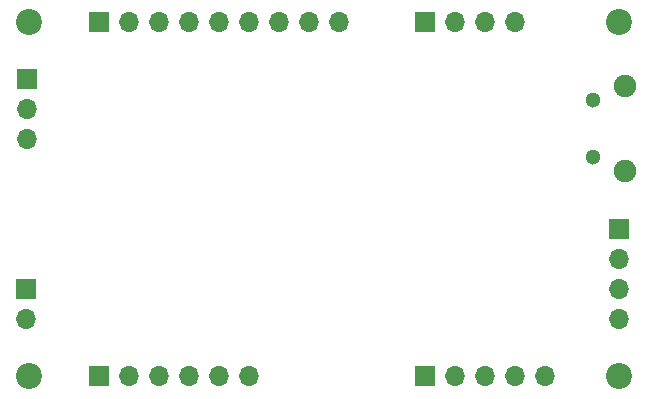
<source format=gbr>
%TF.GenerationSoftware,KiCad,Pcbnew,7.0.5*%
%TF.CreationDate,2023-08-08T21:03:55-06:00*%
%TF.ProjectId,STM32PlayBoard_v1,53544d33-3250-46c6-9179-426f6172645f,rev?*%
%TF.SameCoordinates,Original*%
%TF.FileFunction,Soldermask,Bot*%
%TF.FilePolarity,Negative*%
%FSLAX46Y46*%
G04 Gerber Fmt 4.6, Leading zero omitted, Abs format (unit mm)*
G04 Created by KiCad (PCBNEW 7.0.5) date 2023-08-08 21:03:55*
%MOMM*%
%LPD*%
G01*
G04 APERTURE LIST*
%ADD10R,1.700000X1.700000*%
%ADD11O,1.700000X1.700000*%
%ADD12C,2.200000*%
%ADD13C,1.300000*%
%ADD14C,1.900000*%
G04 APERTURE END LIST*
D10*
%TO.C,J6*%
X30000000Y-64000000D03*
D11*
X32540000Y-64000000D03*
X35080000Y-64000000D03*
X37620000Y-64000000D03*
X40160000Y-64000000D03*
X42700000Y-64000000D03*
X45240000Y-64000000D03*
X47780000Y-64000000D03*
X50320000Y-64000000D03*
%TD*%
D10*
%TO.C,J2*%
X23830000Y-68810000D03*
D11*
X23830000Y-71350000D03*
X23830000Y-73890000D03*
%TD*%
D12*
%TO.C,H2*%
X24000000Y-94000000D03*
%TD*%
D10*
%TO.C,J8*%
X30000000Y-94000000D03*
D11*
X32540000Y-94000000D03*
X35080000Y-94000000D03*
X37620000Y-94000000D03*
X40160000Y-94000000D03*
X42700000Y-94000000D03*
%TD*%
D12*
%TO.C,H1*%
X74000000Y-64000000D03*
%TD*%
D13*
%TO.C,J3*%
X71820000Y-75425000D03*
X71820000Y-70575000D03*
D14*
X74500000Y-76625000D03*
X74500000Y-69375000D03*
%TD*%
D12*
%TO.C,H3*%
X24000000Y-64000000D03*
%TD*%
D10*
%TO.C,J4*%
X74000000Y-81500000D03*
D11*
X74000000Y-84040000D03*
X74000000Y-86580000D03*
X74000000Y-89120000D03*
%TD*%
D10*
%TO.C,J1*%
X23780000Y-86590000D03*
D11*
X23780000Y-89130000D03*
%TD*%
D12*
%TO.C,H4*%
X74000000Y-94000000D03*
%TD*%
D10*
%TO.C,J5*%
X57600000Y-64000000D03*
D11*
X60140000Y-64000000D03*
X62680000Y-64000000D03*
X65220000Y-64000000D03*
%TD*%
D10*
%TO.C,J7*%
X57600000Y-94000000D03*
D11*
X60140000Y-94000000D03*
X62680000Y-94000000D03*
X65220000Y-94000000D03*
X67760000Y-94000000D03*
%TD*%
M02*

</source>
